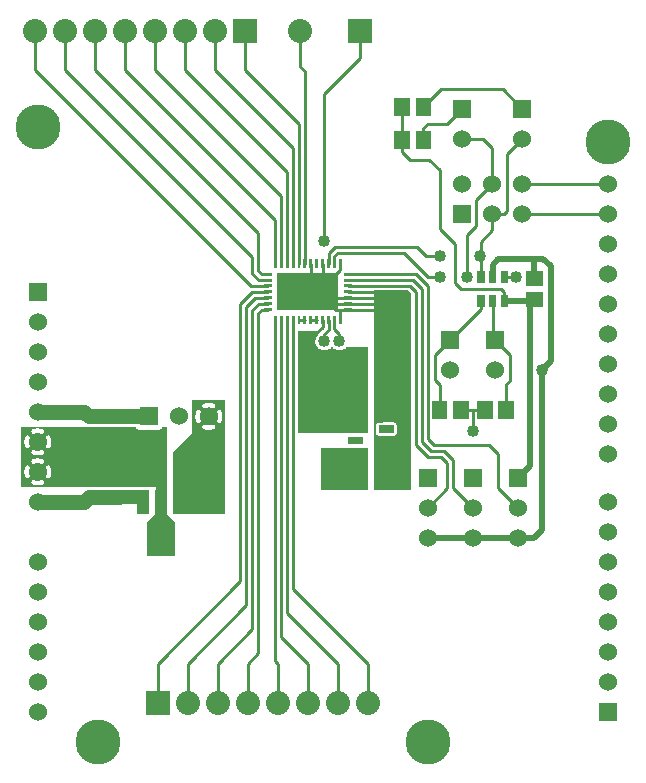
<source format=gbr>
G04 start of page 2 for group 0 idx 0 *
G04 Title: (unknown), component *
G04 Creator: pcb 20110918 *
G04 CreationDate: Sat 02 Feb 2013 08:58:03 PM GMT UTC *
G04 For: petersen *
G04 Format: Gerber/RS-274X *
G04 PCB-Dimensions: 210000 270000 *
G04 PCB-Coordinate-Origin: lower left *
%MOIN*%
%FSLAX25Y25*%
%LNTOP*%
%ADD31C,0.0480*%
%ADD30C,0.1285*%
%ADD29C,0.0380*%
%ADD28C,0.0400*%
%ADD27R,0.0240X0.0240*%
%ADD26R,0.1240X0.1240*%
%ADD25R,0.0244X0.0244*%
%ADD24R,0.0490X0.0490*%
%ADD23R,0.0098X0.0098*%
%ADD22R,0.0945X0.0945*%
%ADD21R,0.0378X0.0378*%
%ADD20R,0.0512X0.0512*%
%ADD19C,0.0800*%
%ADD18C,0.1500*%
%ADD17C,0.0600*%
%ADD16C,0.0200*%
%ADD15C,0.0100*%
%ADD14C,0.0450*%
%ADD13C,0.0500*%
%ADD12C,0.0350*%
%ADD11C,0.0001*%
G54D11*G36*
X126158Y160469D02*X133410D01*
X134500Y159379D01*
Y109059D01*
X134495Y109000D01*
X134500Y108941D01*
Y94000D01*
X126158D01*
Y112024D01*
X128716Y112029D01*
X128869Y112066D01*
X129015Y112126D01*
X129149Y112208D01*
X129269Y112310D01*
X129371Y112430D01*
X129453Y112564D01*
X129513Y112710D01*
X129550Y112863D01*
X129559Y113020D01*
X129550Y115617D01*
X129513Y115770D01*
X129453Y115916D01*
X129371Y116050D01*
X129269Y116170D01*
X129149Y116272D01*
X129015Y116354D01*
X128869Y116414D01*
X128716Y116451D01*
X128559Y116460D01*
X126158Y116456D01*
Y160469D01*
G37*
G36*
X122000Y94000D02*Y160469D01*
X126158D01*
Y116456D01*
X123599Y116451D01*
X123446Y116414D01*
X123300Y116354D01*
X123166Y116272D01*
X123046Y116170D01*
X122944Y116050D01*
X122862Y115916D01*
X122802Y115770D01*
X122765Y115617D01*
X122756Y115460D01*
X122765Y112863D01*
X122802Y112710D01*
X122862Y112564D01*
X122944Y112430D01*
X123046Y112310D01*
X123166Y112208D01*
X123300Y112126D01*
X123446Y112066D01*
X123599Y112029D01*
X123756Y112020D01*
X126158Y112024D01*
Y94000D01*
X122000D01*
G37*
G36*
X96579Y141500D02*X103263D01*
X103372Y141372D01*
X103731Y141065D01*
X104134Y140819D01*
X104570Y140638D01*
X105029Y140528D01*
X105500Y140491D01*
X105971Y140528D01*
X106430Y140638D01*
X106866Y140819D01*
X107269Y141065D01*
X107628Y141372D01*
X107737Y141500D01*
X108263D01*
X108372Y141372D01*
X108731Y141065D01*
X109134Y140819D01*
X109570Y140638D01*
X110029Y140528D01*
X110500Y140491D01*
X110971Y140528D01*
X111430Y140638D01*
X111866Y140819D01*
X112269Y141065D01*
X112628Y141372D01*
X112737Y141500D01*
X120000D01*
Y113000D01*
X96579D01*
Y141500D01*
G37*
G36*
Y147000D02*X103500D01*
Y145737D01*
X103372Y145628D01*
X103065Y145269D01*
X102819Y144866D01*
X102638Y144430D01*
X102528Y143971D01*
X102491Y143500D01*
X102528Y143029D01*
X102638Y142570D01*
X102819Y142134D01*
X103065Y141731D01*
X103372Y141372D01*
X103500Y141263D01*
Y134500D01*
X96579D01*
Y147000D01*
G37*
G36*
X113000Y94000D02*Y108000D01*
X120000D01*
Y94000D01*
X113000D01*
G37*
G36*
X114500D02*X104500D01*
Y108000D01*
X114500D01*
Y94000D01*
G37*
G36*
X13613Y115000D02*X26863D01*
X27000Y114989D01*
X27137Y115000D01*
X31707D01*
X31738Y114987D01*
X31891Y114950D01*
X32048Y114941D01*
X38109Y114950D01*
X38262Y114987D01*
X38293Y115000D01*
X42584D01*
X42659Y114817D01*
X42783Y114616D01*
X42936Y114436D01*
X43116Y114283D01*
X43317Y114159D01*
X43535Y114069D01*
X43765Y114014D01*
X44000Y114000D01*
X50235Y114014D01*
X50465Y114069D01*
X50683Y114159D01*
X50884Y114283D01*
X51064Y114436D01*
X51217Y114616D01*
X51341Y114817D01*
X51416Y115000D01*
X53000D01*
Y95000D01*
X38137D01*
X38109Y95007D01*
X37952Y95016D01*
X31891Y95007D01*
X31863Y95000D01*
X13613D01*
Y97853D01*
X13656Y97860D01*
X13768Y97897D01*
X13873Y97952D01*
X13968Y98022D01*
X14051Y98106D01*
X14119Y98202D01*
X14170Y98308D01*
X14318Y98716D01*
X14422Y99137D01*
X14484Y99567D01*
X14505Y100000D01*
X14484Y100433D01*
X14422Y100863D01*
X14318Y101284D01*
X14175Y101694D01*
X14122Y101800D01*
X14053Y101896D01*
X13970Y101981D01*
X13875Y102051D01*
X13769Y102106D01*
X13657Y102143D01*
X13613Y102151D01*
Y107853D01*
X13656Y107860D01*
X13768Y107897D01*
X13873Y107952D01*
X13968Y108022D01*
X14051Y108106D01*
X14119Y108202D01*
X14170Y108308D01*
X14318Y108716D01*
X14422Y109137D01*
X14484Y109567D01*
X14505Y110000D01*
X14484Y110433D01*
X14422Y110863D01*
X14318Y111284D01*
X14175Y111694D01*
X14122Y111800D01*
X14053Y111896D01*
X13970Y111981D01*
X13875Y112051D01*
X13769Y112106D01*
X13657Y112143D01*
X13613Y112151D01*
Y115000D01*
G37*
G36*
X10002D02*X13613D01*
Y112151D01*
X13540Y112163D01*
X13421Y112164D01*
X13304Y112146D01*
X13191Y112110D01*
X13085Y112057D01*
X12988Y111988D01*
X12904Y111905D01*
X12833Y111809D01*
X12779Y111704D01*
X12741Y111592D01*
X12722Y111475D01*
X12721Y111356D01*
X12739Y111239D01*
X12777Y111126D01*
X12876Y110855D01*
X12944Y110575D01*
X12986Y110289D01*
X13000Y110000D01*
X12986Y109711D01*
X12944Y109425D01*
X12876Y109145D01*
X12780Y108872D01*
X12742Y108761D01*
X12725Y108644D01*
X12725Y108526D01*
X12745Y108409D01*
X12782Y108297D01*
X12836Y108193D01*
X12906Y108098D01*
X12991Y108015D01*
X13087Y107946D01*
X13192Y107893D01*
X13305Y107857D01*
X13421Y107840D01*
X13539Y107841D01*
X13613Y107853D01*
Y102151D01*
X13540Y102163D01*
X13421Y102164D01*
X13304Y102146D01*
X13191Y102110D01*
X13085Y102057D01*
X12988Y101988D01*
X12904Y101905D01*
X12833Y101809D01*
X12779Y101704D01*
X12741Y101592D01*
X12722Y101475D01*
X12721Y101356D01*
X12739Y101239D01*
X12777Y101126D01*
X12876Y100855D01*
X12944Y100575D01*
X12986Y100289D01*
X13000Y100000D01*
X12986Y99711D01*
X12944Y99425D01*
X12876Y99145D01*
X12780Y98872D01*
X12742Y98761D01*
X12725Y98644D01*
X12725Y98526D01*
X12745Y98409D01*
X12782Y98297D01*
X12836Y98193D01*
X12906Y98098D01*
X12991Y98015D01*
X13087Y97946D01*
X13192Y97893D01*
X13305Y97857D01*
X13421Y97840D01*
X13539Y97841D01*
X13613Y97853D01*
Y95000D01*
X10002D01*
Y95495D01*
X10433Y95516D01*
X10863Y95578D01*
X11284Y95682D01*
X11694Y95825D01*
X11800Y95878D01*
X11896Y95947D01*
X11981Y96030D01*
X12051Y96125D01*
X12106Y96231D01*
X12143Y96343D01*
X12163Y96460D01*
X12164Y96579D01*
X12146Y96696D01*
X12110Y96809D01*
X12057Y96915D01*
X11988Y97012D01*
X11905Y97096D01*
X11809Y97167D01*
X11704Y97221D01*
X11592Y97259D01*
X11475Y97278D01*
X11356Y97279D01*
X11239Y97261D01*
X11126Y97223D01*
X10855Y97124D01*
X10575Y97056D01*
X10289Y97014D01*
X10002Y97000D01*
Y103000D01*
X10289Y102986D01*
X10575Y102944D01*
X10855Y102876D01*
X11128Y102780D01*
X11239Y102742D01*
X11356Y102725D01*
X11474Y102725D01*
X11591Y102745D01*
X11703Y102782D01*
X11807Y102836D01*
X11902Y102906D01*
X11985Y102991D01*
X12054Y103087D01*
X12107Y103192D01*
X12143Y103305D01*
X12160Y103421D01*
X12159Y103539D01*
X12140Y103656D01*
X12103Y103768D01*
X12048Y103873D01*
X11978Y103968D01*
X11894Y104051D01*
X11798Y104119D01*
X11692Y104170D01*
X11284Y104318D01*
X10863Y104422D01*
X10433Y104484D01*
X10002Y104505D01*
Y105495D01*
X10433Y105516D01*
X10863Y105578D01*
X11284Y105682D01*
X11694Y105825D01*
X11800Y105878D01*
X11896Y105947D01*
X11981Y106030D01*
X12051Y106125D01*
X12106Y106231D01*
X12143Y106343D01*
X12163Y106460D01*
X12164Y106579D01*
X12146Y106696D01*
X12110Y106809D01*
X12057Y106915D01*
X11988Y107012D01*
X11905Y107096D01*
X11809Y107167D01*
X11704Y107221D01*
X11592Y107259D01*
X11475Y107278D01*
X11356Y107279D01*
X11239Y107261D01*
X11126Y107223D01*
X10855Y107124D01*
X10575Y107056D01*
X10289Y107014D01*
X10002Y107000D01*
Y113000D01*
X10289Y112986D01*
X10575Y112944D01*
X10855Y112876D01*
X11128Y112780D01*
X11239Y112742D01*
X11356Y112725D01*
X11474Y112725D01*
X11591Y112745D01*
X11703Y112782D01*
X11807Y112836D01*
X11902Y112906D01*
X11985Y112991D01*
X12054Y113087D01*
X12107Y113192D01*
X12143Y113305D01*
X12160Y113421D01*
X12159Y113539D01*
X12140Y113656D01*
X12103Y113768D01*
X12048Y113873D01*
X11978Y113968D01*
X11894Y114051D01*
X11798Y114119D01*
X11692Y114170D01*
X11284Y114318D01*
X10863Y114422D01*
X10433Y114484D01*
X10002Y114505D01*
Y115000D01*
G37*
G36*
X6387D02*X10002D01*
Y114505D01*
X10000Y114505D01*
X9567Y114484D01*
X9137Y114422D01*
X8716Y114318D01*
X8306Y114175D01*
X8200Y114122D01*
X8104Y114053D01*
X8019Y113970D01*
X7949Y113875D01*
X7894Y113769D01*
X7857Y113657D01*
X7837Y113540D01*
X7836Y113421D01*
X7854Y113304D01*
X7890Y113191D01*
X7943Y113085D01*
X8012Y112988D01*
X8095Y112904D01*
X8191Y112833D01*
X8296Y112779D01*
X8408Y112741D01*
X8525Y112722D01*
X8644Y112721D01*
X8761Y112739D01*
X8874Y112777D01*
X9145Y112876D01*
X9425Y112944D01*
X9711Y112986D01*
X10000Y113000D01*
X10002Y113000D01*
Y107000D01*
X10000Y107000D01*
X9711Y107014D01*
X9425Y107056D01*
X9145Y107124D01*
X8872Y107220D01*
X8761Y107258D01*
X8644Y107275D01*
X8526Y107275D01*
X8409Y107255D01*
X8297Y107218D01*
X8193Y107164D01*
X8098Y107094D01*
X8015Y107009D01*
X7946Y106913D01*
X7893Y106808D01*
X7857Y106695D01*
X7840Y106579D01*
X7841Y106461D01*
X7860Y106344D01*
X7897Y106232D01*
X7952Y106127D01*
X8022Y106032D01*
X8106Y105949D01*
X8202Y105881D01*
X8308Y105830D01*
X8716Y105682D01*
X9137Y105578D01*
X9567Y105516D01*
X10000Y105495D01*
X10002Y105495D01*
Y104505D01*
X10000Y104505D01*
X9567Y104484D01*
X9137Y104422D01*
X8716Y104318D01*
X8306Y104175D01*
X8200Y104122D01*
X8104Y104053D01*
X8019Y103970D01*
X7949Y103875D01*
X7894Y103769D01*
X7857Y103657D01*
X7837Y103540D01*
X7836Y103421D01*
X7854Y103304D01*
X7890Y103191D01*
X7943Y103085D01*
X8012Y102988D01*
X8095Y102904D01*
X8191Y102833D01*
X8296Y102779D01*
X8408Y102741D01*
X8525Y102722D01*
X8644Y102721D01*
X8761Y102739D01*
X8874Y102777D01*
X9145Y102876D01*
X9425Y102944D01*
X9711Y102986D01*
X10000Y103000D01*
X10002Y103000D01*
Y97000D01*
X10000Y97000D01*
X9711Y97014D01*
X9425Y97056D01*
X9145Y97124D01*
X8872Y97220D01*
X8761Y97258D01*
X8644Y97275D01*
X8526Y97275D01*
X8409Y97255D01*
X8297Y97218D01*
X8193Y97164D01*
X8098Y97094D01*
X8015Y97009D01*
X7946Y96913D01*
X7893Y96808D01*
X7857Y96695D01*
X7840Y96579D01*
X7841Y96461D01*
X7860Y96344D01*
X7897Y96232D01*
X7952Y96127D01*
X8022Y96032D01*
X8106Y95949D01*
X8202Y95881D01*
X8308Y95830D01*
X8716Y95682D01*
X9137Y95578D01*
X9567Y95516D01*
X10000Y95495D01*
X10002Y95495D01*
Y95000D01*
X6387D01*
Y97849D01*
X6460Y97837D01*
X6579Y97836D01*
X6696Y97854D01*
X6809Y97890D01*
X6915Y97943D01*
X7012Y98012D01*
X7096Y98095D01*
X7167Y98191D01*
X7221Y98296D01*
X7259Y98408D01*
X7278Y98525D01*
X7279Y98644D01*
X7261Y98761D01*
X7223Y98874D01*
X7124Y99145D01*
X7056Y99425D01*
X7014Y99711D01*
X7000Y100000D01*
X7014Y100289D01*
X7056Y100575D01*
X7124Y100855D01*
X7220Y101128D01*
X7258Y101239D01*
X7275Y101356D01*
X7275Y101474D01*
X7255Y101591D01*
X7218Y101703D01*
X7164Y101807D01*
X7094Y101902D01*
X7009Y101985D01*
X6913Y102054D01*
X6808Y102107D01*
X6695Y102143D01*
X6579Y102160D01*
X6461Y102159D01*
X6387Y102147D01*
Y107849D01*
X6460Y107837D01*
X6579Y107836D01*
X6696Y107854D01*
X6809Y107890D01*
X6915Y107943D01*
X7012Y108012D01*
X7096Y108095D01*
X7167Y108191D01*
X7221Y108296D01*
X7259Y108408D01*
X7278Y108525D01*
X7279Y108644D01*
X7261Y108761D01*
X7223Y108874D01*
X7124Y109145D01*
X7056Y109425D01*
X7014Y109711D01*
X7000Y110000D01*
X7014Y110289D01*
X7056Y110575D01*
X7124Y110855D01*
X7220Y111128D01*
X7258Y111239D01*
X7275Y111356D01*
X7275Y111474D01*
X7255Y111591D01*
X7218Y111703D01*
X7164Y111807D01*
X7094Y111902D01*
X7009Y111985D01*
X6913Y112054D01*
X6808Y112107D01*
X6695Y112143D01*
X6579Y112160D01*
X6461Y112159D01*
X6387Y112147D01*
Y115000D01*
G37*
G36*
X4500D02*X6387D01*
Y112147D01*
X6344Y112140D01*
X6232Y112103D01*
X6127Y112048D01*
X6032Y111978D01*
X5949Y111894D01*
X5881Y111798D01*
X5830Y111692D01*
X5682Y111284D01*
X5578Y110863D01*
X5516Y110433D01*
X5495Y110000D01*
X5516Y109567D01*
X5578Y109137D01*
X5682Y108716D01*
X5825Y108306D01*
X5878Y108200D01*
X5947Y108104D01*
X6030Y108019D01*
X6125Y107949D01*
X6231Y107894D01*
X6343Y107857D01*
X6387Y107849D01*
Y102147D01*
X6344Y102140D01*
X6232Y102103D01*
X6127Y102048D01*
X6032Y101978D01*
X5949Y101894D01*
X5881Y101798D01*
X5830Y101692D01*
X5682Y101284D01*
X5578Y100863D01*
X5516Y100433D01*
X5495Y100000D01*
X5516Y99567D01*
X5578Y99137D01*
X5682Y98716D01*
X5825Y98306D01*
X5878Y98200D01*
X5947Y98104D01*
X6030Y98019D01*
X6125Y97949D01*
X6231Y97894D01*
X6343Y97857D01*
X6387Y97849D01*
Y95000D01*
X4500D01*
Y115000D01*
G37*
G36*
X70613Y124000D02*X72500D01*
Y86000D01*
X70613D01*
Y116353D01*
X70656Y116360D01*
X70768Y116397D01*
X70873Y116452D01*
X70968Y116522D01*
X71051Y116606D01*
X71119Y116702D01*
X71170Y116808D01*
X71318Y117216D01*
X71422Y117637D01*
X71484Y118067D01*
X71505Y118500D01*
X71484Y118933D01*
X71422Y119363D01*
X71318Y119784D01*
X71175Y120194D01*
X71122Y120300D01*
X71053Y120396D01*
X70970Y120481D01*
X70875Y120551D01*
X70769Y120606D01*
X70657Y120643D01*
X70613Y120651D01*
Y124000D01*
G37*
G36*
X67002D02*X70613D01*
Y120651D01*
X70540Y120663D01*
X70421Y120664D01*
X70304Y120646D01*
X70191Y120610D01*
X70085Y120557D01*
X69988Y120488D01*
X69904Y120405D01*
X69833Y120309D01*
X69779Y120204D01*
X69741Y120092D01*
X69722Y119975D01*
X69721Y119856D01*
X69739Y119739D01*
X69777Y119626D01*
X69876Y119355D01*
X69944Y119075D01*
X69986Y118789D01*
X70000Y118500D01*
X69986Y118211D01*
X69944Y117925D01*
X69876Y117645D01*
X69780Y117372D01*
X69742Y117261D01*
X69725Y117144D01*
X69725Y117026D01*
X69745Y116909D01*
X69782Y116797D01*
X69836Y116693D01*
X69906Y116598D01*
X69991Y116515D01*
X70087Y116446D01*
X70192Y116393D01*
X70305Y116357D01*
X70421Y116340D01*
X70539Y116341D01*
X70613Y116353D01*
Y86000D01*
X67002D01*
Y113995D01*
X67433Y114016D01*
X67863Y114078D01*
X68284Y114182D01*
X68694Y114325D01*
X68800Y114378D01*
X68896Y114447D01*
X68981Y114530D01*
X69051Y114625D01*
X69106Y114731D01*
X69143Y114843D01*
X69163Y114960D01*
X69164Y115079D01*
X69146Y115196D01*
X69110Y115309D01*
X69057Y115415D01*
X68988Y115512D01*
X68905Y115596D01*
X68809Y115667D01*
X68704Y115721D01*
X68592Y115759D01*
X68475Y115778D01*
X68356Y115779D01*
X68239Y115761D01*
X68126Y115723D01*
X67855Y115624D01*
X67575Y115556D01*
X67289Y115514D01*
X67002Y115500D01*
Y121500D01*
X67289Y121486D01*
X67575Y121444D01*
X67855Y121376D01*
X68128Y121280D01*
X68239Y121242D01*
X68356Y121225D01*
X68474Y121225D01*
X68591Y121245D01*
X68703Y121282D01*
X68807Y121336D01*
X68902Y121406D01*
X68985Y121491D01*
X69054Y121587D01*
X69107Y121692D01*
X69143Y121805D01*
X69160Y121921D01*
X69159Y122039D01*
X69140Y122156D01*
X69103Y122268D01*
X69048Y122373D01*
X68978Y122468D01*
X68894Y122551D01*
X68798Y122619D01*
X68692Y122670D01*
X68284Y122818D01*
X67863Y122922D01*
X67433Y122984D01*
X67002Y123005D01*
Y124000D01*
G37*
G36*
X63387D02*X67002D01*
Y123005D01*
X67000Y123005D01*
X66567Y122984D01*
X66137Y122922D01*
X65716Y122818D01*
X65306Y122675D01*
X65200Y122622D01*
X65104Y122553D01*
X65019Y122470D01*
X64949Y122375D01*
X64894Y122269D01*
X64857Y122157D01*
X64837Y122040D01*
X64836Y121921D01*
X64854Y121804D01*
X64890Y121691D01*
X64943Y121585D01*
X65012Y121488D01*
X65095Y121404D01*
X65191Y121333D01*
X65296Y121279D01*
X65408Y121241D01*
X65525Y121222D01*
X65644Y121221D01*
X65761Y121239D01*
X65874Y121277D01*
X66145Y121376D01*
X66425Y121444D01*
X66711Y121486D01*
X67000Y121500D01*
X67002Y121500D01*
Y115500D01*
X67000Y115500D01*
X66711Y115514D01*
X66425Y115556D01*
X66145Y115624D01*
X65872Y115720D01*
X65761Y115758D01*
X65644Y115775D01*
X65526Y115775D01*
X65409Y115755D01*
X65297Y115718D01*
X65193Y115664D01*
X65098Y115594D01*
X65015Y115509D01*
X64946Y115413D01*
X64893Y115308D01*
X64857Y115195D01*
X64840Y115079D01*
X64841Y114961D01*
X64860Y114844D01*
X64897Y114732D01*
X64952Y114627D01*
X65022Y114532D01*
X65106Y114449D01*
X65202Y114381D01*
X65308Y114330D01*
X65716Y114182D01*
X66137Y114078D01*
X66567Y114016D01*
X67000Y113995D01*
X67002Y113995D01*
Y86000D01*
X63387D01*
Y116349D01*
X63460Y116337D01*
X63579Y116336D01*
X63696Y116354D01*
X63809Y116390D01*
X63915Y116443D01*
X64012Y116512D01*
X64096Y116595D01*
X64167Y116691D01*
X64221Y116796D01*
X64259Y116908D01*
X64278Y117025D01*
X64279Y117144D01*
X64261Y117261D01*
X64223Y117374D01*
X64124Y117645D01*
X64056Y117925D01*
X64014Y118211D01*
X64000Y118500D01*
X64014Y118789D01*
X64056Y119075D01*
X64124Y119355D01*
X64220Y119628D01*
X64258Y119739D01*
X64275Y119856D01*
X64275Y119974D01*
X64255Y120091D01*
X64218Y120203D01*
X64164Y120307D01*
X64094Y120402D01*
X64009Y120485D01*
X63913Y120554D01*
X63808Y120607D01*
X63695Y120643D01*
X63579Y120660D01*
X63461Y120659D01*
X63387Y120647D01*
Y124000D01*
G37*
G36*
X55000Y86000D02*Y106500D01*
X61500Y113000D01*
Y124000D01*
X63387D01*
Y120647D01*
X63344Y120640D01*
X63232Y120603D01*
X63127Y120548D01*
X63032Y120478D01*
X62949Y120394D01*
X62881Y120298D01*
X62830Y120192D01*
X62682Y119784D01*
X62578Y119363D01*
X62516Y118933D01*
X62495Y118500D01*
X62516Y118067D01*
X62578Y117637D01*
X62682Y117216D01*
X62825Y116806D01*
X62878Y116700D01*
X62947Y116604D01*
X63030Y116519D01*
X63125Y116449D01*
X63231Y116394D01*
X63343Y116357D01*
X63387Y116349D01*
Y86000D01*
X55000D01*
G37*
G54D12*X51000Y86084D02*Y96000D01*
G54D13*X25500Y90000D02*X10000D01*
X35000Y91457D02*X26957D01*
X25500Y90000D01*
G54D14*X35000Y91457D02*X44500D01*
G54D13*X10000Y120000D02*X25500D01*
X27000Y118500D01*
X47000D01*
G54D15*X110827Y150551D02*Y154094D01*
X109000Y158031D02*X124000D01*
X109000Y156063D02*X124000D01*
X109000Y154094D02*X124000D01*
X113386Y160000D02*X124000D01*
X100984Y150551D02*X102953D01*
X106890D02*Y147390D01*
X104921Y150551D02*Y148421D01*
X108858Y150551D02*Y147642D01*
X110500Y146000D01*
Y143500D01*
X106890Y147390D02*X105500Y146000D01*
Y143500D01*
X104921Y148421D02*X101500Y145000D01*
X136000Y160000D02*Y109000D01*
X140000Y105000D01*
X138000Y161000D02*Y110000D01*
X141000Y107000D01*
X140000Y162000D02*Y111000D01*
X110827Y169449D02*Y167327D01*
X108500Y165000D01*
X110000Y173000D02*X132000D01*
X104921Y169449D02*Y165000D01*
X100984Y169449D02*Y165000D01*
X108858Y169449D02*Y171858D01*
X110000Y173000D01*
X106890Y169449D02*Y172890D01*
X109000Y175000D01*
X136500D01*
X113386Y165906D02*X136094D01*
X113386Y163937D02*X135063D01*
X113386Y161969D02*X134031D01*
X136000Y160000D01*
X97047Y150551D02*X99016D01*
X95079D02*Y60921D01*
X93110Y150551D02*Y52890D01*
X95079Y60921D02*X120000Y36000D01*
Y23000D01*
X93110Y52890D02*X110000Y36000D01*
Y23000D01*
X100000Y36000D02*Y23000D01*
X91142Y150551D02*Y44858D01*
X100000Y36000D01*
X89173Y150551D02*Y36827D01*
X90000Y36000D01*
Y23000D01*
X86614Y154094D02*X84594D01*
X83500Y153000D01*
Y39500D01*
X81500Y154000D02*Y47500D01*
X79500Y155000D02*Y55500D01*
X77500Y156000D02*Y63500D01*
X86614Y156063D02*X83563D01*
X86614Y158031D02*X82531D01*
X81500Y160000D02*X77500Y156000D01*
X83563Y156063D02*X81500Y154000D01*
X82531Y158031D02*X79500Y155000D01*
X86614Y160000D02*X81500D01*
X86614Y165906D02*X84594D01*
X83500Y167000D01*
X86614Y163937D02*X83563D01*
X81500Y166000D01*
X86614Y161969D02*X81031D01*
X81500Y166000D02*Y171500D01*
X83500Y39500D02*X80000Y36000D01*
X81500Y47500D02*X70000Y36000D01*
X79500Y55500D02*X60000Y36000D01*
X77500Y63500D02*X50000Y36000D01*
X80000D02*Y23000D01*
X70000Y36000D02*Y23000D01*
X60000Y36000D02*Y23000D01*
X50000Y36000D02*Y23000D01*
X157700Y156800D02*Y154200D01*
X161600Y156800D02*Y144000D01*
X157700Y154200D02*X142500Y139000D01*
X143957Y120500D02*Y129043D01*
X142500Y130500D01*
Y139000D01*
X151043Y120500D02*X159000D01*
X155000Y113500D02*Y120500D01*
X140000Y105000D02*X144500D01*
X141000Y107000D02*X145500D01*
X140000Y111000D02*X142000Y109000D01*
X160500D01*
X163500Y106000D01*
X144500Y105000D02*X146500Y103000D01*
X145500Y107000D02*X148500Y104000D01*
X146500Y103000D02*Y94500D01*
X148500Y104000D02*Y94500D01*
X163500Y106000D02*Y94500D01*
X146500D02*X140000Y88000D01*
X148500Y94500D02*X155000Y88000D01*
G54D16*X175500Y78000D02*X140000D01*
X170000Y98000D02*X174000Y102000D01*
X178000Y80500D02*Y134000D01*
X175500Y78000D02*X178000Y80500D01*
G54D15*X166086Y120500D02*Y129086D01*
G54D16*X174000Y102000D02*Y156800D01*
G54D15*X163500Y94500D02*X170000Y88000D01*
X166086Y129086D02*X167500Y130500D01*
Y139000D01*
X162500Y144000D01*
X165500Y156800D02*Y160000D01*
X164500Y161000D01*
X165500Y165000D02*X169500D01*
G54D16*X165500Y156800D02*X175500D01*
X181000Y168500D02*Y137000D01*
X178000Y134000D01*
G54D15*X171500Y196000D02*X200000D01*
X171500Y186000D02*X200000D01*
X153000Y179000D02*Y165000D01*
X157700D02*Y176700D01*
X161500Y180500D01*
G54D16*X161600Y165000D02*Y169100D01*
X163500Y171000D01*
X178500D01*
X181000Y168500D01*
X175500Y164543D02*Y171000D01*
G54D15*X164500Y161000D02*X151000D01*
X149000Y163000D01*
X161500Y186000D02*X165500D01*
X156000Y182000D02*X153000Y179000D01*
X161500Y180500D02*Y186000D01*
X165500D02*X166500Y187000D01*
Y206000D01*
X161500Y196000D02*Y208000D01*
Y196000D02*X156000Y190500D01*
Y182000D01*
X166500Y206000D02*X171500Y211000D01*
X161500Y208000D02*X158500Y211000D01*
X151500D01*
Y221000D02*X146500Y216000D01*
X171500Y221000D02*X165000Y227500D01*
X144457D01*
X144000Y181000D02*Y200500D01*
X140500Y204000D01*
X149000Y163000D02*Y176000D01*
X144000Y181000D01*
X132000Y173000D02*X140000Y165000D01*
X144000D01*
X136500Y175000D02*X139500Y172000D01*
X144000D01*
X136094Y165906D02*X140000Y162000D01*
X135063Y163937D02*X138000Y161000D01*
X146500Y216000D02*X140000D01*
X138500Y214500D01*
Y210500D01*
X144457Y227500D02*X138457Y221500D01*
X131371D02*Y210543D01*
X131500Y210414D01*
X140500Y204000D02*X134000D01*
X131500Y206500D01*
Y210414D01*
X105500Y177000D02*Y226000D01*
X117500Y238000D01*
Y247000D01*
X99016Y169449D02*Y233484D01*
X97500Y235000D02*Y247000D01*
X97047Y169449D02*Y215953D01*
X95079Y169449D02*Y207921D01*
X93110Y169449D02*Y199890D01*
X91142Y169449D02*Y191858D01*
X89173Y169449D02*Y183827D01*
X83500Y167000D02*Y179500D01*
X99016Y233484D02*X97500Y235000D01*
X97047Y215953D02*X79000Y234000D01*
X95079Y207921D02*X69000Y234000D01*
X79000D02*Y247000D01*
X69000Y234000D02*Y247000D01*
X59000Y234000D02*Y247000D01*
X49000Y234000D02*Y247000D01*
X93110Y199890D02*X59000Y234000D01*
X91142Y191858D02*X49000Y234000D01*
X89173Y183827D02*X39000Y234000D01*
Y247000D01*
X83500Y179500D02*X29000Y234000D01*
X81500Y171500D02*X19000Y234000D01*
X81031Y161969D02*X9000Y234000D01*
X29000D02*Y247000D01*
X19000Y234000D02*Y247000D01*
X9000Y234000D02*Y247000D01*
G54D17*X10000Y130000D03*
Y120000D03*
Y110000D03*
Y100000D03*
G54D11*G36*
X7000Y163000D02*Y157000D01*
X13000D01*
Y163000D01*
X7000D01*
G37*
G54D17*X10000Y150000D03*
Y140000D03*
G54D18*Y215000D03*
G54D11*G36*
X44000Y121500D02*Y115500D01*
X50000D01*
Y121500D01*
X44000D01*
G37*
G54D17*X57000Y118500D03*
X67000D03*
G54D11*G36*
X75000Y251000D02*Y243000D01*
X83000D01*
Y251000D01*
X75000D01*
G37*
G36*
X113500D02*Y243000D01*
X121500D01*
Y251000D01*
X113500D01*
G37*
G54D19*X97500Y247000D03*
X69000D03*
X59000D03*
X49000D03*
X39000D03*
X29000D03*
X19000D03*
X9000D03*
G54D17*X200000Y126000D03*
Y136000D03*
Y146000D03*
Y156000D03*
Y166000D03*
Y176000D03*
G54D11*G36*
X159500Y147000D02*Y141000D01*
X165500D01*
Y147000D01*
X159500D01*
G37*
G54D17*X162500Y134000D03*
G54D11*G36*
X144500Y147000D02*Y141000D01*
X150500D01*
Y147000D01*
X144500D01*
G37*
G54D17*X147500Y134000D03*
X200000Y186000D03*
Y196000D03*
G54D18*Y210000D03*
G54D11*G36*
X148500Y189000D02*Y183000D01*
X154500D01*
Y189000D01*
X148500D01*
G37*
G54D17*X161500Y186000D03*
X171500D03*
X151500Y196000D03*
X161500D03*
X171500D03*
G54D11*G36*
X168500Y224000D02*Y218000D01*
X174500D01*
Y224000D01*
X168500D01*
G37*
G54D17*X171500Y211000D03*
G54D11*G36*
X148500Y224000D02*Y218000D01*
X154500D01*
Y224000D01*
X148500D01*
G37*
G54D17*X151500Y211000D03*
G54D11*G36*
X197000Y23000D02*Y17000D01*
X203000D01*
Y23000D01*
X197000D01*
G37*
G54D17*X200000Y30000D03*
Y40000D03*
Y50000D03*
G54D18*X140000Y10000D03*
G54D17*X200000Y80000D03*
Y90000D03*
Y106000D03*
Y116000D03*
X10000Y90000D03*
Y70000D03*
Y60000D03*
Y50000D03*
Y40000D03*
Y30000D03*
Y20000D03*
G54D18*X30000Y10000D03*
G54D11*G36*
X46000Y27000D02*Y19000D01*
X54000D01*
Y27000D01*
X46000D01*
G37*
G54D19*X60000Y23000D03*
X70000D03*
X80000D03*
X90000D03*
X100000D03*
X110000D03*
X120000D03*
G54D17*X200000Y60000D03*
Y70000D03*
G54D11*G36*
X137000Y101000D02*Y95000D01*
X143000D01*
Y101000D01*
X137000D01*
G37*
G54D17*X140000Y88000D03*
Y78000D03*
G54D11*G36*
X152000Y101000D02*Y95000D01*
X158000D01*
Y101000D01*
X152000D01*
G37*
G54D17*X155000Y88000D03*
Y78000D03*
G54D11*G36*
X167000Y101000D02*Y95000D01*
X173000D01*
Y101000D01*
X167000D01*
G37*
G54D17*X170000Y88000D03*
Y78000D03*
G54D20*X57543Y102393D02*Y101607D01*
X50457Y102393D02*Y101607D01*
G54D21*X51000Y91989D02*Y80179D01*
G54D22*Y78445D02*Y76555D01*
G54D11*G36*
X52885Y86010D02*X55725Y83170D01*
X54305Y81750D01*
X51465Y84590D01*
X52885Y86010D01*
G37*
G36*
X46275Y83170D02*X49115Y86010D01*
X50535Y84590D01*
X47695Y81750D01*
X46275Y83170D01*
G37*
G54D21*X45094Y91989D02*Y87895D01*
G54D20*X34607Y98543D02*X35393D01*
X34607Y91457D02*X35393D01*
G54D21*X56906Y91989D02*Y87895D01*
G54D20*X34607Y111414D02*X35393D01*
X34607Y118500D02*X35393D01*
G54D23*X85728Y161969D02*X87500D01*
X85728Y160000D02*X87500D01*
X85728Y158031D02*X87500D01*
X85728Y156063D02*X87500D01*
X85728Y154094D02*X87500D01*
G54D24*X116500Y137300D02*Y133700D01*
X126500Y137300D02*Y133700D01*
G54D20*X117457Y123893D02*Y123107D01*
X124543Y123893D02*Y123107D01*
G54D25*X124976Y106760D02*X127339D01*
X124976Y110500D02*X127339D01*
X124976Y114240D02*X127339D01*
X114661D02*X117024D01*
X114661Y110500D02*X117024D01*
X114661Y106760D02*X117024D01*
G54D20*X117457Y97393D02*Y96607D01*
X124543Y97393D02*Y96607D01*
X138457Y221893D02*Y221107D01*
X131371Y221893D02*Y221107D01*
X138500Y210893D02*Y210107D01*
X131414Y210893D02*Y210107D01*
G54D23*X110827Y170335D02*Y168563D01*
X108858Y170335D02*Y168563D01*
X106890Y170335D02*Y168563D01*
X104921Y170335D02*Y168563D01*
X112500Y165906D02*X114272D01*
X102953Y170335D02*Y168563D01*
X100984Y170335D02*Y168563D01*
X99016Y170335D02*Y168563D01*
X97047Y170335D02*Y168563D01*
X95079Y170335D02*Y168563D01*
X93110Y170335D02*Y168563D01*
X91142Y170335D02*Y168563D01*
X89173Y170335D02*Y168563D01*
X85728Y165906D02*X87500D01*
X85728Y163937D02*X87500D01*
X89173Y151437D02*Y149665D01*
X91142Y151437D02*Y149665D01*
X93110Y151437D02*Y149665D01*
X95079Y151437D02*Y149665D01*
X97047Y151437D02*Y149665D01*
X99016Y151437D02*Y149665D01*
X100984Y151437D02*Y149665D01*
X102953Y151437D02*Y149665D01*
X104921Y151437D02*Y149665D01*
X106890Y151437D02*Y149665D01*
X108858Y151437D02*Y149665D01*
X110827Y151437D02*Y149665D01*
X112500Y154094D02*X114272D01*
X112500Y156063D02*X114272D01*
X112500Y158031D02*X114272D01*
X112500Y160000D02*X114272D01*
X112500Y161969D02*X114272D01*
X112500Y163937D02*X114272D01*
G54D26*X96062Y160000D02*X103938D01*
G54D27*X165500Y165800D02*Y164200D01*
X161600Y165800D02*Y164200D01*
X157700Y165800D02*Y164200D01*
Y157600D02*Y156000D01*
X161600Y157600D02*Y156000D01*
G54D20*X166086Y120893D02*Y120107D01*
X159000Y120893D02*Y120107D01*
X143957Y120893D02*Y120107D01*
X151043Y120893D02*Y120107D01*
G54D27*X165500Y157600D02*Y156000D01*
G54D20*X175107Y157457D02*X175893D01*
X175107Y164543D02*X175893D01*
G54D28*X169500Y165000D03*
X153000D03*
X178000Y134000D03*
X132000Y146000D03*
Y151000D03*
Y156000D03*
X157500Y172000D03*
X144000D03*
Y165000D03*
X155000Y113500D03*
X132000Y103000D03*
Y111000D03*
Y116000D03*
Y126000D03*
X107000Y105500D03*
X132000Y121000D03*
Y131000D03*
Y136000D03*
Y141000D03*
X105500Y143500D03*
X110500D03*
X99500Y142500D03*
Y137500D03*
Y132500D03*
Y127500D03*
Y122500D03*
Y117500D03*
X105500Y177000D03*
X42000Y111000D03*
Y105000D03*
Y99000D03*
X18000Y105000D03*
X23500D03*
X29000D03*
G54D16*G54D29*G54D30*G54D29*G54D31*G54D29*G54D30*G54D29*G54D30*G54D29*G54D30*G54D31*G54D29*M02*

</source>
